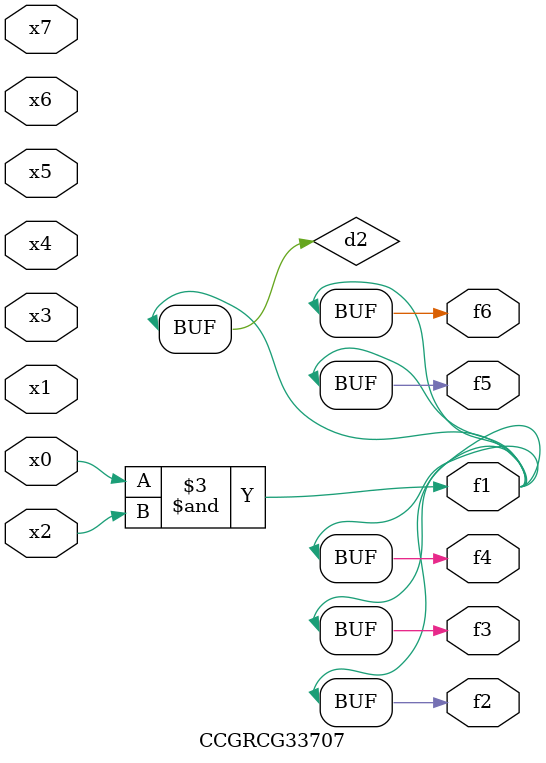
<source format=v>
module CCGRCG33707(
	input x0, x1, x2, x3, x4, x5, x6, x7,
	output f1, f2, f3, f4, f5, f6
);

	wire d1, d2;

	nor (d1, x3, x6);
	and (d2, x0, x2);
	assign f1 = d2;
	assign f2 = d2;
	assign f3 = d2;
	assign f4 = d2;
	assign f5 = d2;
	assign f6 = d2;
endmodule

</source>
